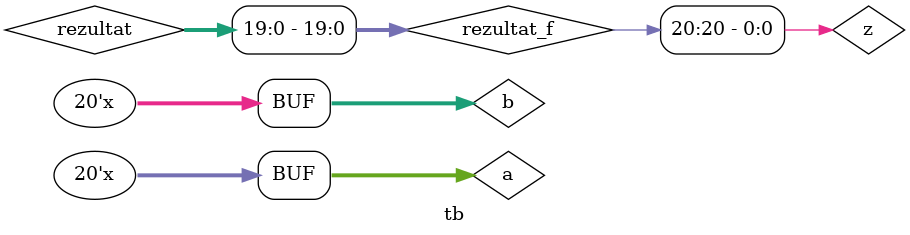
<source format=v>
`timescale 10ns/10ps;

module tb();

reg [19:0] a,b;

wire z;
wire [19:0] rezultat;
wire [20:0] rezultat_f;
assign rezultat_f={z,rezultat};
sumator_20b dut(
.n1(a),
.n2(b),
.c_in(1'b0),
.c_out(z),
.s(rezultat)
);

initial begin
a=0;
b=0;

end

always begin
#1 {a,b}={a,b}*2;
end

endmodule
</source>
